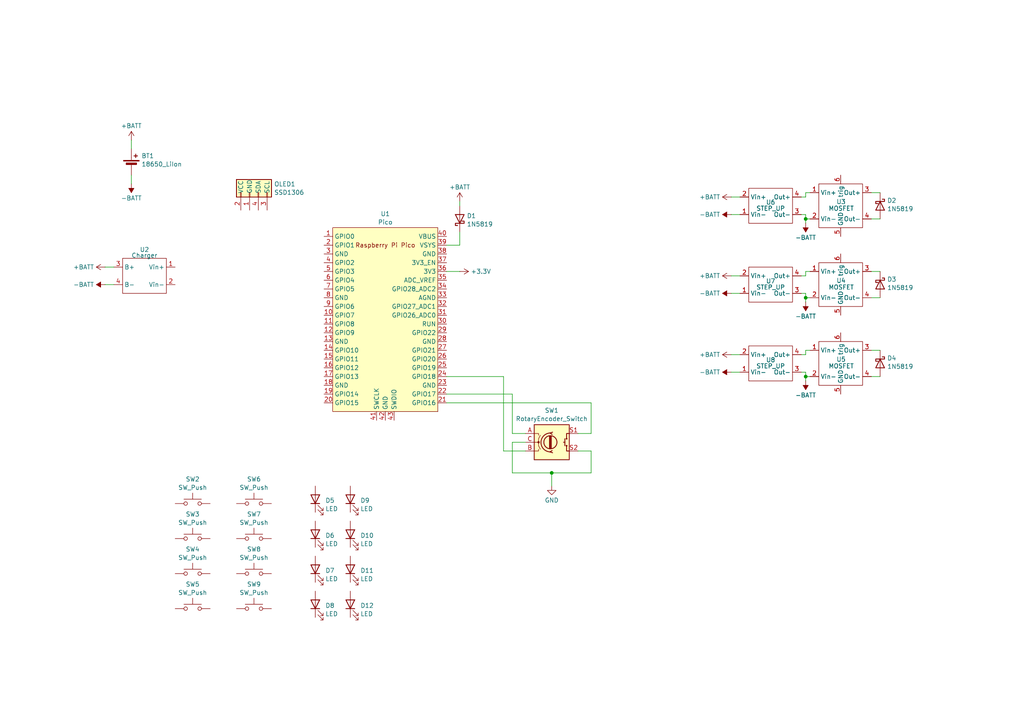
<source format=kicad_sch>
(kicad_sch (version 20231120) (generator "eeschema") (generator_version "8.0")
  (paper "A4")
  (title_block (title "LARS V2") (date "2024-04-01") (rev "1") (comment 1 "https://git.xythobuz.de/thomas/drumkit") (comment 2 "Licensed under the CERN-OHL-S-2.0+") (comment 4 "Copyright (c) 2024 Thomas Buck, Kauzerei"))
  (lib_symbols
    (symbol "Device:Battery_Cell" (pin_numbers hide) (pin_names (offset 0) hide)
      (property "Reference" "BT" (at 2.54 2.54 0))
      (property "Value" "Battery_Cell" (at 2.54 0 0))
      (symbol "Battery_Cell_0_1"
        (rectangle (start -2.286 1.778) (end 2.286 1.524) (fill (type outline)))
        (rectangle (start -1.524 1.016) (end 1.524 0.508) (fill (type outline)))
        (polyline (pts (xy 0 0.762) (xy 0 0)))
        (polyline (pts (xy 0 1.778) (xy 0 2.54)))
        (polyline (pts (xy 0.762 3.048) (xy 1.778 3.048)) (stroke (width 0.254)))
        (polyline (pts (xy 1.27 3.556) (xy 1.27 2.54)) (stroke (width 0.254)))
      )
      (symbol "Battery_Cell_1_1"
        (pin passive line (at 0 5.08 270) (length 2.54) (name "+") (number "1"))
        (pin passive line (at 0 -2.54 90) (length 2.54) (name "-") (number "2"))
      )
    )
    (symbol "Device:LED" (pin_numbers hide) (pin_names (offset 1.016) hide)
      (property "Reference" "D" (at 0 2.54 0))
      (property "Value" "LED" (at 0 -2.54 0))
      (symbol "LED_0_1"
        (polyline (pts (xy -1.27 -1.27) (xy -1.27 1.27)) (stroke (width 0.254)))
        (polyline (pts (xy -1.27 0) (xy 1.27 0)))
        (polyline (pts (xy 1.27 -1.27) (xy 1.27 1.27) (xy -1.27 0) (xy 1.27 -1.27)) (stroke (width 0.254)))
        (polyline (pts (xy -3.048 -0.762) (xy -4.572 -2.286) (xy -3.81 -2.286) (xy -4.572 -2.286) (xy -4.572 -1.524)))
        (polyline (pts (xy -1.778 -0.762) (xy -3.302 -2.286) (xy -2.54 -2.286) (xy -3.302 -2.286) (xy -3.302 -1.524)))
      )
      (symbol "LED_1_1"
        (pin passive line (at -3.81 0 0) (length 2.54) (name "K") (number "1"))
        (pin passive line (at 3.81 0 180) (length 2.54) (name "A") (number "2"))
      )
    )
    (symbol "Device:RotaryEncoder_Switch" (pin_names (offset 0.254) hide)
      (property "Reference" "SW" (at 0 6.604 0))
      (property "Value" "RotaryEncoder_Switch" (at 0 -6.604 0))
      (symbol "RotaryEncoder_Switch_0_1"
        (rectangle (start -5.08 5.08) (end 5.08 -5.08) (stroke (width 0.254)) (fill (type background)))
        (circle (center -3.81 0) (radius 0.254) (fill (type outline)))
        (circle (center -0.381 0) (radius 1.905) (stroke (width 0.254)))
        (arc (start -0.381 2.667) (mid -3.0988 -0.0635) (end -0.381 -2.794) (stroke (width 0.254)))
        (polyline (pts (xy -0.635 -1.778) (xy -0.635 1.778)) (stroke (width 0.254)))
        (polyline (pts (xy -0.381 -1.778) (xy -0.381 1.778)) (stroke (width 0.254)))
        (polyline (pts (xy -0.127 1.778) (xy -0.127 -1.778)) (stroke (width 0.254)))
        (polyline (pts (xy 3.81 0) (xy 3.429 0)) (stroke (width 0.254)))
        (polyline (pts (xy 3.81 1.016) (xy 3.81 -1.016)) (stroke (width 0.254)))
        (polyline (pts (xy -5.08 -2.54) (xy -3.81 -2.54) (xy -3.81 -2.032)))
        (polyline (pts (xy -5.08 2.54) (xy -3.81 2.54) (xy -3.81 2.032)))
        (polyline (pts (xy 0.254 -3.048) (xy -0.508 -2.794) (xy 0.127 -2.413)) (stroke (width 0.254)))
        (polyline (pts (xy 0.254 2.921) (xy -0.508 2.667) (xy 0.127 2.286)) (stroke (width 0.254)))
        (polyline (pts (xy 5.08 -2.54) (xy 4.318 -2.54) (xy 4.318 -1.016)) (stroke (width 0.254)))
        (polyline (pts (xy 5.08 2.54) (xy 4.318 2.54) (xy 4.318 1.016)) (stroke (width 0.254)))
        (polyline (pts (xy -5.08 0) (xy -3.81 0) (xy -3.81 -1.016) (xy -3.302 -2.032)))
        (polyline (pts (xy -4.318 0) (xy -3.81 0) (xy -3.81 1.016) (xy -3.302 2.032)))
        (circle (center 4.318 -1.016) (radius 0.127) (stroke (width 0.254)))
        (circle (center 4.318 1.016) (radius 0.127) (stroke (width 0.254)))
      )
      (symbol "RotaryEncoder_Switch_1_1"
        (pin passive line (at -7.62 2.54 0) (length 2.54) (name "A") (number "A"))
        (pin passive line (at -7.62 -2.54 0) (length 2.54) (name "B") (number "B"))
        (pin passive line (at -7.62 0 0) (length 2.54) (name "C") (number "C"))
        (pin passive line (at 7.62 2.54 180) (length 2.54) (name "S1") (number "S1"))
        (pin passive line (at 7.62 -2.54 180) (length 2.54) (name "S2") (number "S2"))
      )
    )
    (symbol "Diode:1N5819" (pin_numbers hide) (pin_names (offset 1.016) hide)
      (property "Reference" "D" (at 0 2.54 0))
      (property "Value" "1N5819" (at 0 -2.54 0))
      (symbol "1N5819_0_1"
        (polyline (pts (xy 1.27 0) (xy -1.27 0)))
        (polyline (pts (xy 1.27 1.27) (xy 1.27 -1.27) (xy -1.27 0) (xy 1.27 1.27)) (stroke (width 0.254)))
        (polyline (pts (xy -1.905 0.635) (xy -1.905 1.27) (xy -1.27 1.27) (xy -1.27 -1.27) (xy -0.635 -1.27) (xy -0.635 -0.635)) (stroke (width 0.254)))
      )
      (symbol "1N5819_1_1"
        (pin passive line (at -3.81 0 0) (length 2.54) (name "K") (number "1"))
        (pin passive line (at 3.81 0 180) (length 2.54) (name "A") (number "2"))
      )
    )
    (symbol "KiCad-RP-Pico:Pico"
      (property "Reference" "U" (at -13.97 27.94 0))
      (property "Value" "Pico" (at 0 19.05 0))
      (symbol "Pico_0_0"
        (text "Raspberry Pi Pico" (at 0 21.59 0) (effects (font (size 1.27 1.27))))
      )
      (symbol "Pico_0_1"
        (rectangle (start -15.24 26.67) (end 15.24 -26.67) (fill (type background)))
      )
      (symbol "Pico_1_1"
        (pin bidirectional line (at -17.78 24.13 0) (length 2.54) (name "GPIO0") (number "1"))
        (pin bidirectional line (at -17.78 1.27 0) (length 2.54) (name "GPIO7") (number "10"))
        (pin bidirectional line (at -17.78 -1.27 0) (length 2.54) (name "GPIO8") (number "11"))
        (pin bidirectional line (at -17.78 -3.81 0) (length 2.54) (name "GPIO9") (number "12"))
        (pin power_in line (at -17.78 -6.35 0) (length 2.54) (name "GND") (number "13"))
        (pin bidirectional line (at -17.78 -8.89 0) (length 2.54) (name "GPIO10") (number "14"))
        (pin bidirectional line (at -17.78 -11.43 0) (length 2.54) (name "GPIO11") (number "15"))
        (pin bidirectional line (at -17.78 -13.97 0) (length 2.54) (name "GPIO12") (number "16"))
        (pin bidirectional line (at -17.78 -16.51 0) (length 2.54) (name "GPIO13") (number "17"))
        (pin power_in line (at -17.78 -19.05 0) (length 2.54) (name "GND") (number "18"))
        (pin bidirectional line (at -17.78 -21.59 0) (length 2.54) (name "GPIO14") (number "19"))
        (pin bidirectional line (at -17.78 21.59 0) (length 2.54) (name "GPIO1") (number "2"))
        (pin bidirectional line (at -17.78 -24.13 0) (length 2.54) (name "GPIO15") (number "20"))
        (pin bidirectional line (at 17.78 -24.13 180) (length 2.54) (name "GPIO16") (number "21"))
        (pin bidirectional line (at 17.78 -21.59 180) (length 2.54) (name "GPIO17") (number "22"))
        (pin power_in line (at 17.78 -19.05 180) (length 2.54) (name "GND") (number "23"))
        (pin bidirectional line (at 17.78 -16.51 180) (length 2.54) (name "GPIO18") (number "24"))
        (pin bidirectional line (at 17.78 -13.97 180) (length 2.54) (name "GPIO19") (number "25"))
        (pin bidirectional line (at 17.78 -11.43 180) (length 2.54) (name "GPIO20") (number "26"))
        (pin bidirectional line (at 17.78 -8.89 180) (length 2.54) (name "GPIO21") (number "27"))
        (pin power_in line (at 17.78 -6.35 180) (length 2.54) (name "GND") (number "28"))
        (pin bidirectional line (at 17.78 -3.81 180) (length 2.54) (name "GPIO22") (number "29"))
        (pin power_in line (at -17.78 19.05 0) (length 2.54) (name "GND") (number "3"))
        (pin input line (at 17.78 -1.27 180) (length 2.54) (name "RUN") (number "30"))
        (pin bidirectional line (at 17.78 1.27 180) (length 2.54) (name "GPIO26_ADC0") (number "31"))
        (pin bidirectional line (at 17.78 3.81 180) (length 2.54) (name "GPIO27_ADC1") (number "32"))
        (pin power_in line (at 17.78 6.35 180) (length 2.54) (name "AGND") (number "33"))
        (pin bidirectional line (at 17.78 8.89 180) (length 2.54) (name "GPIO28_ADC2") (number "34"))
        (pin input line (at 17.78 11.43 180) (length 2.54) (name "ADC_VREF") (number "35"))
        (pin power_out line (at 17.78 13.97 180) (length 2.54) (name "3V3") (number "36"))
        (pin input line (at 17.78 16.51 180) (length 2.54) (name "3V3_EN") (number "37"))
        (pin power_in line (at 17.78 19.05 180) (length 2.54) (name "GND") (number "38"))
        (pin power_in line (at 17.78 21.59 180) (length 2.54) (name "VSYS") (number "39"))
        (pin bidirectional line (at -17.78 16.51 0) (length 2.54) (name "GPIO2") (number "4"))
        (pin power_in line (at 17.78 24.13 180) (length 2.54) (name "VBUS") (number "40"))
        (pin input line (at -2.54 -29.21 90) (length 2.54) (name "SWCLK") (number "41"))
        (pin power_in line (at 0 -29.21 90) (length 2.54) (name "GND") (number "42"))
        (pin bidirectional line (at 2.54 -29.21 90) (length 2.54) (name "SWDIO") (number "43"))
        (pin bidirectional line (at -17.78 13.97 0) (length 2.54) (name "GPIO3") (number "5"))
        (pin bidirectional line (at -17.78 11.43 0) (length 2.54) (name "GPIO4") (number "6"))
        (pin bidirectional line (at -17.78 8.89 0) (length 2.54) (name "GPIO5") (number "7"))
        (pin power_in line (at -17.78 6.35 0) (length 2.54) (name "GND") (number "8"))
        (pin bidirectional line (at -17.78 3.81 0) (length 2.54) (name "GPIO6") (number "9"))
      )
    )
    (symbol "Switch:SW_Push" (pin_numbers hide) (pin_names (offset 1.016) hide)
      (property "Reference" "SW" (at 1.27 2.54 0))
      (property "Value" "SW_Push" (at 0 -1.524 0))
      (symbol "SW_Push_0_1"
        (circle (center -2.032 0) (radius 0.508))
        (polyline (pts (xy 0 1.27) (xy 0 3.048)))
        (polyline (pts (xy 2.54 1.27) (xy -2.54 1.27)))
        (circle (center 2.032 0) (radius 0.508))
        (pin passive line (at -5.08 0 0) (length 2.54) (name "1") (number "1"))
        (pin passive line (at 5.08 0 180) (length 2.54) (name "2") (number "2"))
      )
    )
    (symbol "chinese_modules:charger"
      (property "Reference" "U" (at 0 0 0))
      (symbol "charger_0_1"
        (rectangle (start -6.35 5.08) (end 6.35 -5.08))
      )
      (symbol "charger_1_1"
        (pin input line (at 8.89 2.54 180) (length 2.54) (name "Vin+") (number "1"))
        (pin input line (at 8.89 -2.54 180) (length 2.54) (name "Vin-") (number "2"))
        (pin input line (at -8.89 2.54 0) (length 2.54) (name "B+") (number "3"))
        (pin input line (at -8.89 -2.54 0) (length 2.54) (name "B-") (number "4"))
      )
    )
    (symbol "chinese_modules:dc-dc"
      (property "Reference" "U6" (at 0 1.016 0))
      (property "Value" "STEP_UP" (at 0 -0.762 0))
      (symbol "dc-dc_0_1"
        (rectangle (start -6.35 5.08) (end 6.35 -5.08))
      )
      (symbol "dc-dc_1_1"
        (pin power_in line (at -8.89 -2.54 0) (length 2.54) (name "Vin-") (number "1"))
        (pin power_in line (at -8.89 2.54 0) (length 2.54) (name "Vin+") (number "2"))
        (pin power_out line (at 8.89 -2.54 180) (length 2.54) (name "Out-") (number "3"))
        (pin power_out line (at 8.89 2.54 180) (length 2.54) (name "Out+") (number "4"))
      )
    )
    (symbol "chinese_modules:xy-mos"
      (property "Reference" "U3" (at -1.27 1.1734 0))
      (property "Value" "~" (at -0.508 -0.508 0))
      (symbol "xy-mos_0_1"
        (rectangle (start -6.35 6.35) (end 6.35 -6.35))
      )
      (symbol "xy-mos_1_1"
        (pin power_in line (at -8.89 3.81 0) (length 2.54) (name "Vin+") (number "1"))
        (pin power_in line (at -8.89 -3.81 0) (length 2.54) (name "Vin-") (number "2"))
        (pin power_out line (at 8.89 3.81 180) (length 2.54) (name "Out+") (number "3"))
        (pin power_out line (at 8.89 -3.81 180) (length 2.54) (name "Out-") (number "4"))
        (pin input line (at 0 -8.89 90) (length 2.54) (name "GND") (number "5"))
        (pin input line (at 0 8.89 270) (length 2.54) (name "trig") (number "6"))
      )
    )
    (symbol "dc-dc_1"
      (property "Reference" "U8" (at 0 1.016 0))
      (property "Value" "STEP_UP" (at 0 -0.762 0))
      (symbol "dc-dc_1_0_1"
        (rectangle (start -6.35 5.08) (end 6.35 -5.08))
      )
      (symbol "dc-dc_1_1_1"
        (pin power_in line (at -8.89 -2.54 0) (length 2.54) (name "Vin-") (number "1"))
        (pin power_in line (at -8.89 2.54 0) (length 2.54) (name "Vin+") (number "2"))
        (pin power_out line (at 8.89 -2.54 180) (length 2.54) (name "Out-") (number "3"))
        (pin power_out line (at 8.89 2.54 180) (length 2.54) (name "Out+") (number "4"))
      )
    )
    (symbol "dc-dc_2"
      (property "Reference" "U7" (at 0 1.016 0))
      (property "Value" "STEP_UP" (at 0 -0.762 0))
      (symbol "dc-dc_2_0_1"
        (rectangle (start -6.35 5.08) (end 6.35 -5.08))
      )
      (symbol "dc-dc_2_1_1"
        (pin power_in line (at -8.89 -2.54 0) (length 2.54) (name "Vin-") (number "1"))
        (pin power_in line (at -8.89 2.54 0) (length 2.54) (name "Vin+") (number "2"))
        (pin power_out line (at 8.89 -2.54 180) (length 2.54) (name "Out-") (number "3"))
        (pin power_out line (at 8.89 2.54 180) (length 2.54) (name "Out+") (number "4"))
      )
    )
    (symbol "power:+3.3V" (power) (pin_numbers hide) (pin_names (offset 0) hide)
      (property "Value" "+3.3V" (at 0 3.556 0))
      (symbol "+3.3V_0_1"
        (polyline (pts (xy -0.762 1.27) (xy 0 2.54)))
        (polyline (pts (xy 0 0) (xy 0 2.54)))
        (polyline (pts (xy 0 2.54) (xy 0.762 1.27)))
      )
      (symbol "+3.3V_1_1"
        (pin power_in line (at 0 0 90) (length 0) (name "~") (number "1"))
      )
    )
    (symbol "power:+BATT" (power) (pin_numbers hide) (pin_names (offset 0) hide)
      (property "Value" "+BATT" (at 0 3.556 0))
      (symbol "+BATT_0_1"
        (polyline (pts (xy -0.762 1.27) (xy 0 2.54)))
        (polyline (pts (xy 0 0) (xy 0 2.54)))
        (polyline (pts (xy 0 2.54) (xy 0.762 1.27)))
      )
      (symbol "+BATT_1_1"
        (pin power_in line (at 0 0 90) (length 0) (name "~") (number "1"))
      )
    )
    (symbol "power:-BATT" (power) (pin_numbers hide) (pin_names (offset 0) hide)
      (property "Value" "-BATT" (at 0 3.556 0))
      (symbol "-BATT_0_1"
        (polyline (pts (xy 0 0) (xy 0 2.54)))
        (polyline (pts (xy 0.762 1.27) (xy -0.762 1.27) (xy 0 2.54) (xy 0.762 1.27)) (fill (type outline)))
      )
      (symbol "-BATT_1_1"
        (pin power_in line (at 0 0 90) (length 0) (name "~") (number "1"))
      )
    )
    (symbol "power:GND" (power) (pin_numbers hide) (pin_names (offset 0) hide)
      (property "Value" "GND" (at 0 -3.81 0))
      (symbol "GND_0_1"
        (polyline (pts (xy 0 0) (xy 0 -1.27) (xy 1.27 -1.27) (xy 0 -2.54) (xy -1.27 -1.27) (xy 0 -1.27)))
      )
      (symbol "GND_1_1"
        (pin power_in line (at 0 0 270) (length 0) (name "~") (number "1"))
      )
    )
    (symbol "ssd1306:SSD1306" (pin_names (offset 1.016))
      (property "Reference" "OLED" (at 0 5.08 0))
      (property "Value" "SSD1306" (at 0 -7.62 0))
      (symbol "SSD1306_1_1"
        (rectangle (start -1.27 -4.953) (end 0 -5.207) (stroke (width 0.1524)))
        (rectangle (start -1.27 -2.413) (end 0 -2.667) (stroke (width 0.1524)))
        (rectangle (start -1.27 0.127) (end 0 -0.127) (stroke (width 0.1524)))
        (rectangle (start -1.27 2.667) (end 0 2.413) (stroke (width 0.1524)))
        (rectangle (start -1.27 3.81) (end 3.81 -6.35) (stroke (width 0.254)) (fill (type background)))
        (pin power_in line (at -5.08 0 0) (length 3.81) (name "GND") (number "1"))
        (pin power_in line (at -5.08 2.54 0) (length 3.81) (name "VCC") (number "2"))
        (pin input line (at -5.08 -5.08 0) (length 3.81) (name "SCL") (number "3"))
        (pin bidirectional line (at -5.08 -2.54 0) (length 3.81) (name "SDA") (number "4"))
      )
    )
  )
  (junction (at 233.68 86.36))
  (junction (at 160.02 137.16))
  (junction (at 233.68 63.5))
  (junction (at 233.68 109.22))
  (wire (pts (xy 171.45 130.81) (xy 167.64 130.81)))
  (wire (pts (xy 252.73 86.36) (xy 255.27 86.36)))
  (wire (pts (xy 233.68 63.5) (xy 233.68 64.77)))
  (wire (pts (xy 129.54 109.22) (xy 146.05 109.22)))
  (wire (pts (xy 38.1 40.64) (xy 38.1 43.18)))
  (wire (pts (xy 232.41 62.23) (xy 233.68 62.23)))
  (wire (pts (xy 148.59 125.73) (xy 152.4 125.73)))
  (wire (pts (xy 233.68 62.23) (xy 233.68 63.5)))
  (wire (pts (xy 212.09 102.87) (xy 214.63 102.87)))
  (wire (pts (xy 233.68 109.22) (xy 233.68 110.49)))
  (wire (pts (xy 233.68 78.74) (xy 234.95 78.74)))
  (wire (pts (xy 232.41 85.09) (xy 233.68 85.09)))
  (wire (pts (xy 171.45 137.16) (xy 171.45 130.81)))
  (wire (pts (xy 129.54 78.74) (xy 133.35 78.74)))
  (wire (pts (xy 129.54 114.3) (xy 148.59 114.3)))
  (wire (pts (xy 30.48 77.47) (xy 33.02 77.47)))
  (wire (pts (xy 252.73 78.74) (xy 255.27 78.74)))
  (wire (pts (xy 160.02 137.16) (xy 160.02 140.97)))
  (wire (pts (xy 252.73 55.88) (xy 255.27 55.88)))
  (wire (pts (xy 171.45 125.73) (xy 167.64 125.73)))
  (wire (pts (xy 232.41 102.87) (xy 233.68 102.87)))
  (wire (pts (xy 146.05 130.81) (xy 152.4 130.81)))
  (wire (pts (xy 38.1 50.8) (xy 38.1 53.34)))
  (wire (pts (xy 233.68 55.88) (xy 234.95 55.88)))
  (wire (pts (xy 212.09 107.95) (xy 214.63 107.95)))
  (wire (pts (xy 233.68 63.5) (xy 234.95 63.5)))
  (wire (pts (xy 233.68 101.6) (xy 234.95 101.6)))
  (wire (pts (xy 152.4 128.27) (xy 148.59 128.27)))
  (wire (pts (xy 133.35 71.12) (xy 133.35 67.31)))
  (wire (pts (xy 232.41 80.01) (xy 233.68 80.01)))
  (wire (pts (xy 133.35 58.42) (xy 133.35 59.69)))
  (wire (pts (xy 252.73 63.5) (xy 255.27 63.5)))
  (wire (pts (xy 233.68 80.01) (xy 233.68 78.74)))
  (wire (pts (xy 212.09 80.01) (xy 214.63 80.01)))
  (wire (pts (xy 148.59 128.27) (xy 148.59 137.16)))
  (wire (pts (xy 160.02 137.16) (xy 171.45 137.16)))
  (wire (pts (xy 233.68 57.15) (xy 233.68 55.88)))
  (wire (pts (xy 232.41 57.15) (xy 233.68 57.15)))
  (wire (pts (xy 233.68 85.09) (xy 233.68 86.36)))
  (wire (pts (xy 233.68 102.87) (xy 233.68 101.6)))
  (wire (pts (xy 233.68 86.36) (xy 233.68 87.63)))
  (wire (pts (xy 252.73 109.22) (xy 255.27 109.22)))
  (wire (pts (xy 233.68 109.22) (xy 234.95 109.22)))
  (wire (pts (xy 171.45 116.84) (xy 171.45 125.73)))
  (wire (pts (xy 212.09 85.09) (xy 214.63 85.09)))
  (wire (pts (xy 148.59 137.16) (xy 160.02 137.16)))
  (wire (pts (xy 148.59 114.3) (xy 148.59 125.73)))
  (wire (pts (xy 30.48 82.55) (xy 33.02 82.55)))
  (wire (pts (xy 233.68 86.36) (xy 234.95 86.36)))
  (wire (pts (xy 233.68 107.95) (xy 233.68 109.22)))
  (wire (pts (xy 129.54 116.84) (xy 171.45 116.84)))
  (wire (pts (xy 129.54 71.12) (xy 133.35 71.12)))
  (wire (pts (xy 146.05 109.22) (xy 146.05 130.81)))
  (wire (pts (xy 252.73 101.6) (xy 255.27 101.6)))
  (wire (pts (xy 212.09 57.15) (xy 214.63 57.15)))
  (wire (pts (xy 232.41 107.95) (xy 233.68 107.95)))
  (wire (pts (xy 212.09 62.23) (xy 214.63 62.23)))
  (symbol (lib_id "power:+BATT") (at 212.09 57.15 90) (unit 1)
    (property "Reference" "#PWR011" (effects (hide yes)))
    (property "Value" "+BATT" (at 208.915 57.15 90) (effects (justify left)))
    (property "Description" "Power symbol creates a global label with name \"+BATT\"" (effects (hide yes)))
  )
  (symbol (lib_id "Device:LED") (at 101.6 165.1 90) (unit 1)
    (property "Reference" "D11" (at 104.521 165.4753 90) (effects (justify right)))
    (property "Value" "LED" (at 104.521 167.8996 90) (effects (justify right)))
    (property "Footprint" "LED_THT:LED_D5.0mm" (effects (hide yes)))
    (property "Description" "Light emitting diode" (effects (hide yes)))
  )
  (symbol (lib_id "chinese_modules:xy-mos") (at 243.84 59.69 0) (unit 1)
    (property "Reference" "U3" (at 242.57 58.5166 0) (effects (justify left)))
    (property "Value" "MOSFET" (at 240.284 60.452 0) (effects (justify left)))
    (property "Footprint" "chinese_modules:xy-mos" (effects (hide yes)))
  )
  (symbol (lib_id "Diode:1N5819") (at 255.27 82.55 270) (unit 1)
    (property "Reference" "D3" (at 257.302 81.0203 90) (effects (justify left)))
    (property "Value" "1N5819" (at 257.302 83.4446 90) (effects (justify left)))
    (property "Footprint" "Diode_THT:D_DO-41_SOD81_P10.16mm_Horizontal" (effects (hide yes)))
    (property "Datasheet" "http://www.vishay.com/docs/88525/1n5817.pdf" (effects (hide yes)))
    (property "Description" "40V 1A Schottky Barrier Rectifier Diode, DO-41" (effects (hide yes)))
  )
  (symbol (lib_id "chinese_modules:dc-dc") (at 223.52 59.69 0) (unit 1)
    (property "Reference" "U6" (at 223.52 58.674 0))
    (property "Value" "STEP_UP" (at 223.52 60.452 0))
    (property "Footprint" "chinese_modules:dc-dc module" (effects (hide yes)))
  )
  (symbol (lib_id "power:+BATT") (at 30.48 77.47 90) (unit 1)
    (property "Reference" "#PWR07" (effects (hide yes)))
    (property "Value" "+BATT" (at 27.305 77.47 90) (effects (justify left)))
    (property "Description" "Power symbol creates a global label with name \"+BATT\"" (effects (hide yes)))
  )
  (symbol (lib_id "Device:LED") (at 91.44 154.94 90) (unit 1)
    (property "Reference" "D6" (at 94.361 155.3153 90) (effects (justify right)))
    (property "Value" "LED" (at 94.361 157.7396 90) (effects (justify right)))
    (property "Footprint" "LED_THT:LED_D5.0mm" (effects (hide yes)))
    (property "Description" "Light emitting diode" (effects (hide yes)))
  )
  (symbol (lib_id "Switch:SW_Push") (at 55.88 156.21 0) (unit 1)
    (property "Reference" "SW3" (at 55.88 149.1445 0))
    (property "Value" "SW_Push" (at 55.88 151.5688 0))
    (property "Footprint" "Button_Switch_THT:SW_PUSH_6mm_H5mm" (effects (hide yes)))
    (property "Description" "Push button switch, generic, two pins" (effects (hide yes)))
  )
  (symbol (lib_id "ssd1306:SSD1306") (at 72.39 55.88 90) (unit 1)
    (property "Reference" "OLED1" (at 79.502 53.3978 90) (effects (justify right)))
    (property "Value" "SSD1306" (at 79.502 55.8221 90) (effects (justify right)))
    (property "Footprint" "ssd1306:SSD1306_0.96_Oled" (effects (hide yes)))
    (property "Description" "OLED 0.96 128x64 I2C" (effects (hide yes)))
  )
  (symbol (lib_id "power:-BATT") (at 233.68 87.63 180) (unit 1)
    (property "Reference" "#PWR014" (effects (hide yes)))
    (property "Value" "-BATT" (at 233.68 91.7631 0))
    (property "Description" "Power symbol creates a global label with name \"-BATT\"" (effects (hide yes)))
  )
  (symbol (lib_id "Switch:SW_Push") (at 73.66 156.21 0) (unit 1)
    (property "Reference" "SW7" (at 73.66 149.1445 0))
    (property "Value" "SW_Push" (at 73.66 151.5688 0))
    (property "Footprint" "Button_Switch_THT:SW_PUSH_6mm_H5mm" (effects (hide yes)))
    (property "Description" "Push button switch, generic, two pins" (effects (hide yes)))
  )
  (symbol (lib_id "Switch:SW_Push") (at 73.66 146.05 0) (unit 1)
    (property "Reference" "SW6" (at 73.66 138.9845 0))
    (property "Value" "SW_Push" (at 73.66 141.4088 0))
    (property "Footprint" "Button_Switch_THT:SW_PUSH_6mm_H5mm" (effects (hide yes)))
    (property "Description" "Push button switch, generic, two pins" (effects (hide yes)))
  )
  (symbol (lib_id "power:-BATT") (at 212.09 107.95 90) (unit 1)
    (property "Reference" "#PWR08" (effects (hide yes)))
    (property "Value" "-BATT" (at 208.915 107.95 90) (effects (justify left)))
    (property "Description" "Power symbol creates a global label with name \"-BATT\"" (effects (hide yes)))
  )
  (symbol (lib_name "dc-dc_1") (lib_id "chinese_modules:dc-dc") (at 223.52 105.41 0) (unit 1)
    (property "Reference" "U8" (at 223.52 104.394 0))
    (property "Value" "STEP_UP" (at 223.52 106.172 0))
    (property "Footprint" "chinese_modules:dc-dc module" (effects (hide yes)))
  )
  (symbol (lib_id "power:GND") (at 160.02 140.97 0) (unit 1)
    (property "Reference" "#PWR03" (effects (hide yes)))
    (property "Value" "GND" (at 160.02 145.1031 0))
    (property "Description" "Power symbol creates a global label with name \"GND\" , ground" (effects (hide yes)))
  )
  (symbol (lib_id "chinese_modules:charger") (at 41.91 80.01 0) (unit 1)
    (property "Reference" "U2" (at 41.91 72.3985 0))
    (property "Value" "Charger" (at 41.91 74.0799 0))
    (property "Footprint" "chinese_modules:charger" (effects (hide yes)))
  )
  (symbol (lib_id "power:-BATT") (at 212.09 62.23 90) (unit 1)
    (property "Reference" "#PWR010" (effects (hide yes)))
    (property "Value" "-BATT" (at 208.915 62.23 90) (effects (justify left)))
    (property "Description" "Power symbol creates a global label with name \"-BATT\"" (effects (hide yes)))
  )
  (symbol (lib_id "Device:LED") (at 101.6 144.78 90) (unit 1)
    (property "Reference" "D9" (at 104.521 145.1553 90) (effects (justify right)))
    (property "Value" "LED" (at 104.521 147.5796 90) (effects (justify right)))
    (property "Footprint" "LED_THT:LED_D5.0mm" (effects (hide yes)))
    (property "Description" "Light emitting diode" (effects (hide yes)))
  )
  (symbol (lib_id "power:-BATT") (at 233.68 110.49 180) (unit 1)
    (property "Reference" "#PWR016" (effects (hide yes)))
    (property "Value" "-BATT" (at 233.68 114.6231 0))
    (property "Description" "Power symbol creates a global label with name \"-BATT\"" (effects (hide yes)))
  )
  (symbol (lib_id "power:+BATT") (at 133.35 58.42 0) (unit 1)
    (property "Reference" "#PWR01" (effects (hide yes)))
    (property "Value" "+BATT" (at 133.35 54.2869 0))
    (property "Description" "Power symbol creates a global label with name \"+BATT\"" (effects (hide yes)))
  )
  (symbol (lib_id "Switch:SW_Push") (at 55.88 146.05 0) (unit 1)
    (property "Reference" "SW2" (at 55.88 138.9845 0))
    (property "Value" "SW_Push" (at 55.88 141.4088 0))
    (property "Footprint" "Button_Switch_THT:SW_PUSH_6mm_H5mm" (effects (hide yes)))
    (property "Description" "Push button switch, generic, two pins" (effects (hide yes)))
  )
  (symbol (lib_id "Device:LED") (at 101.6 154.94 90) (unit 1)
    (property "Reference" "D10" (at 104.521 155.3153 90) (effects (justify right)))
    (property "Value" "LED" (at 104.521 157.7396 90) (effects (justify right)))
    (property "Footprint" "LED_THT:LED_D5.0mm" (effects (hide yes)))
    (property "Description" "Light emitting diode" (effects (hide yes)))
  )
  (symbol (lib_id "chinese_modules:xy-mos") (at 243.84 82.55 0) (unit 1)
    (property "Reference" "U4" (at 242.57 81.3766 0) (effects (justify left)))
    (property "Value" "MOSFET" (at 240.284 83.312 0) (effects (justify left)))
    (property "Footprint" "chinese_modules:xy-mos" (effects (hide yes)))
  )
  (symbol (lib_id "Diode:1N5819") (at 255.27 59.69 270) (unit 1)
    (property "Reference" "D2" (at 257.302 58.1603 90) (effects (justify left)))
    (property "Value" "1N5819" (at 257.302 60.5846 90) (effects (justify left)))
    (property "Footprint" "Diode_THT:D_DO-41_SOD81_P10.16mm_Horizontal" (effects (hide yes)))
    (property "Datasheet" "http://www.vishay.com/docs/88525/1n5817.pdf" (effects (hide yes)))
    (property "Description" "40V 1A Schottky Barrier Rectifier Diode, DO-41" (effects (hide yes)))
  )
  (symbol (lib_id "power:+BATT") (at 212.09 80.01 90) (unit 1)
    (property "Reference" "#PWR012" (effects (hide yes)))
    (property "Value" "+BATT" (at 208.915 80.01 90) (effects (justify left)))
    (property "Description" "Power symbol creates a global label with name \"+BATT\"" (effects (hide yes)))
  )
  (symbol (lib_id "power:+BATT") (at 38.1 40.64 0) (unit 1)
    (property "Reference" "#PWR04" (effects (hide yes)))
    (property "Value" "+BATT" (at 38.1 36.5069 0))
    (property "Description" "Power symbol creates a global label with name \"+BATT\"" (effects (hide yes)))
  )
  (symbol (lib_id "Device:LED") (at 91.44 144.78 90) (unit 1)
    (property "Reference" "D5" (at 94.361 145.1553 90) (effects (justify right)))
    (property "Value" "LED" (at 94.361 147.5796 90) (effects (justify right)))
    (property "Footprint" "LED_THT:LED_D5.0mm" (effects (hide yes)))
    (property "Description" "Light emitting diode" (effects (hide yes)))
  )
  (symbol (lib_id "power:-BATT") (at 233.68 64.77 180) (unit 1)
    (property "Reference" "#PWR015" (effects (hide yes)))
    (property "Value" "-BATT" (at 233.68 68.9031 0))
    (property "Description" "Power symbol creates a global label with name \"-BATT\"" (effects (hide yes)))
  )
  (symbol (lib_id "Device:Battery_Cell") (at 38.1 48.26 0) (unit 1)
    (property "Reference" "BT1" (at 41.021 45.2063 0) (effects (justify left)))
    (property "Value" "18650_LiIon" (at 41.021 47.6306 0) (effects (justify left)))
    (property "Footprint" "Battery:BatteryHolder_Keystone_1042_1x18650" (effects (hide yes)))
    (property "Description" "Single-cell battery" (effects (hide yes)))
  )
  (symbol (lib_id "Diode:1N5819") (at 133.35 63.5 90) (unit 1)
    (property "Reference" "D1" (at 135.382 62.6053 90) (effects (justify right)))
    (property "Value" "1N5819" (at 135.382 65.0296 90) (effects (justify right)))
    (property "Footprint" "Diode_THT:D_DO-41_SOD81_P10.16mm_Horizontal" (effects (hide yes)))
    (property "Datasheet" "http://www.vishay.com/docs/88525/1n5817.pdf" (effects (hide yes)))
    (property "Description" "40V 1A Schottky Barrier Rectifier Diode, DO-41" (effects (hide yes)))
  )
  (symbol (lib_id "Device:LED") (at 91.44 175.26 90) (unit 1)
    (property "Reference" "D8" (at 94.361 175.6353 90) (effects (justify right)))
    (property "Value" "LED" (at 94.361 178.0596 90) (effects (justify right)))
    (property "Footprint" "LED_THT:LED_D5.0mm" (effects (hide yes)))
    (property "Description" "Light emitting diode" (effects (hide yes)))
  )
  (symbol (lib_id "power:-BATT") (at 30.48 82.55 90) (unit 1)
    (property "Reference" "#PWR06" (effects (hide yes)))
    (property "Value" "-BATT" (at 27.305 82.55 90) (effects (justify left)))
    (property "Description" "Power symbol creates a global label with name \"-BATT\"" (effects (hide yes)))
  )
  (symbol (lib_id "power:-BATT") (at 38.1 53.34 180) (unit 1)
    (property "Reference" "#PWR05" (effects (hide yes)))
    (property "Value" "-BATT" (at 38.1 57.4731 0))
    (property "Description" "Power symbol creates a global label with name \"-BATT\"" (effects (hide yes)))
  )
  (symbol (lib_id "Device:LED") (at 101.6 175.26 90) (unit 1)
    (property "Reference" "D12" (at 104.521 175.6353 90) (effects (justify right)))
    (property "Value" "LED" (at 104.521 178.0596 90) (effects (justify right)))
    (property "Footprint" "LED_THT:LED_D5.0mm" (effects (hide yes)))
    (property "Description" "Light emitting diode" (effects (hide yes)))
  )
  (symbol (lib_id "Device:LED") (at 91.44 165.1 90) (unit 1)
    (property "Reference" "D7" (at 94.361 165.4753 90) (effects (justify right)))
    (property "Value" "LED" (at 94.361 167.8996 90) (effects (justify right)))
    (property "Footprint" "LED_THT:LED_D5.0mm" (effects (hide yes)))
    (property "Description" "Light emitting diode" (effects (hide yes)))
  )
  (symbol (lib_id "KiCad-RP-Pico:Pico") (at 111.76 92.71 0) (unit 1)
    (property "Reference" "U1" (at 111.76 62.0225 0))
    (property "Value" "Pico" (at 111.76 64.4468 0))
    (property "Footprint" "KiCad-RP-Pico:RPi_Pico_SMD_only" (effects (hide yes)))
  )
  (symbol (lib_id "power:+3.3V") (at 133.35 78.74 270) (unit 1)
    (property "Reference" "#PWR02" (effects (hide yes)))
    (property "Value" "+3.3V" (at 136.525 78.74 90) (effects (justify left)))
    (property "Description" "Power symbol creates a global label with name \"+3.3V\"" (effects (hide yes)))
  )
  (symbol (lib_id "Device:RotaryEncoder_Switch") (at 160.02 128.27 0) (unit 1)
    (property "Reference" "SW1" (at 160.02 119.0455 0))
    (property "Value" "RotaryEncoder_Switch" (at 160.02 121.4698 0))
    (property "Footprint" "Rotary_Encoder:RotaryEncoder_Alps_EC12E-Switch_Vertical_H20mm_CircularMountingHoles" (effects (hide yes)))
    (property "Description" "Rotary encoder, dual channel, incremental quadrate outputs, with switch" (effects (hide yes)))
  )
  (symbol (lib_name "dc-dc_2") (lib_id "chinese_modules:dc-dc") (at 223.52 82.55 0) (unit 1)
    (property "Reference" "U7" (at 223.52 81.534 0))
    (property "Value" "STEP_UP" (at 223.52 83.312 0))
    (property "Footprint" "chinese_modules:dc-dc module" (effects (hide yes)))
  )
  (symbol (lib_id "Switch:SW_Push") (at 73.66 166.37 0) (unit 1)
    (property "Reference" "SW8" (at 73.66 159.3045 0))
    (property "Value" "SW_Push" (at 73.66 161.7288 0))
    (property "Footprint" "Button_Switch_THT:SW_PUSH_6mm_H5mm" (effects (hide yes)))
    (property "Description" "Push button switch, generic, two pins" (effects (hide yes)))
  )
  (symbol (lib_id "Switch:SW_Push") (at 73.66 176.53 0) (unit 1)
    (property "Reference" "SW9" (at 73.66 169.4645 0))
    (property "Value" "SW_Push" (at 73.66 171.8888 0))
    (property "Footprint" "Button_Switch_THT:SW_PUSH_6mm_H5mm" (effects (hide yes)))
    (property "Description" "Push button switch, generic, two pins" (effects (hide yes)))
  )
  (symbol (lib_id "Diode:1N5819") (at 255.27 105.41 270) (unit 1)
    (property "Reference" "D4" (at 257.302 103.8803 90) (effects (justify left)))
    (property "Value" "1N5819" (at 257.302 106.3046 90) (effects (justify left)))
    (property "Footprint" "Diode_THT:D_DO-41_SOD81_P10.16mm_Horizontal" (effects (hide yes)))
    (property "Datasheet" "http://www.vishay.com/docs/88525/1n5817.pdf" (effects (hide yes)))
    (property "Description" "40V 1A Schottky Barrier Rectifier Diode, DO-41" (effects (hide yes)))
  )
  (symbol (lib_id "power:+BATT") (at 212.09 102.87 90) (unit 1)
    (property "Reference" "#PWR013" (effects (hide yes)))
    (property "Value" "+BATT" (at 208.915 102.87 90) (effects (justify left)))
    (property "Description" "Power symbol creates a global label with name \"+BATT\"" (effects (hide yes)))
  )
  (symbol (lib_id "Switch:SW_Push") (at 55.88 176.53 0) (unit 1)
    (property "Reference" "SW5" (at 55.88 169.4645 0))
    (property "Value" "SW_Push" (at 55.88 171.8888 0))
    (property "Footprint" "Button_Switch_THT:SW_PUSH_6mm_H5mm" (effects (hide yes)))
    (property "Description" "Push button switch, generic, two pins" (effects (hide yes)))
  )
  (symbol (lib_id "power:-BATT") (at 212.09 85.09 90) (unit 1)
    (property "Reference" "#PWR09" (effects (hide yes)))
    (property "Value" "-BATT" (at 208.915 85.09 90) (effects (justify left)))
    (property "Description" "Power symbol creates a global label with name \"-BATT\"" (effects (hide yes)))
  )
  (symbol (lib_id "chinese_modules:xy-mos") (at 243.84 105.41 0) (unit 1)
    (property "Reference" "U5" (at 242.57 104.2366 0) (effects (justify left)))
    (property "Value" "MOSFET" (at 240.284 106.172 0) (effects (justify left)))
    (property "Footprint" "chinese_modules:xy-mos" (effects (hide yes)))
  )
  (symbol (lib_id "Switch:SW_Push") (at 55.88 166.37 0) (unit 1)
    (property "Reference" "SW4" (at 55.88 159.3045 0))
    (property "Value" "SW_Push" (at 55.88 161.7288 0))
    (property "Footprint" "Button_Switch_THT:SW_PUSH_6mm_H5mm" (effects (hide yes)))
    (property "Description" "Push button switch, generic, two pins" (effects (hide yes)))
  )
)
</source>
